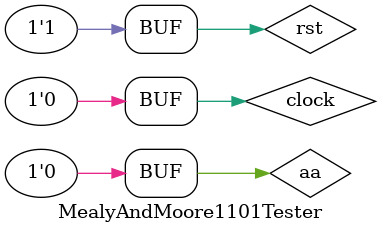
<source format=v>
`timescale 1ns/100ps

module MealyAndMoore1101Tester;
  
  reg aa, clock, rst;
  wire wMealy, wMoore;
  
  MealyDetector1101 UUMealy (aa, clock, rst, wMealy);
  MooreDetector1101 UUMoore (aa, clock, rst, wMoore);
  
  initial begin
    aa = 0; clock = 0; rst = 1;
  end
  
  initial repeat (47) #7 clock = ~clock;
  initial repeat (18) #17 aa = ~aa;
  initial begin
    #23 rst = 0;
  end
  
  always @(wMealy) if (wMealy == 1)
    $display ("A 1 was detected on wMealy at time = %t", $time);
  
  always @(wMoore) if (wMoore == 1)
    $display ("A 1 was detected on wMoore at time = %t", $time);
    
endmodule
</source>
